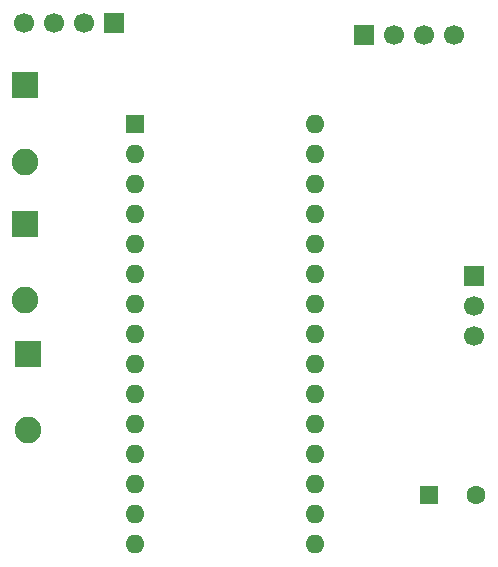
<source format=gbr>
%TF.GenerationSoftware,KiCad,Pcbnew,9.0.2*%
%TF.CreationDate,2025-06-04T00:58:58-04:00*%
%TF.ProjectId,placapcbbalanza,706c6163-6170-4636-9262-616c616e7a61,rev?*%
%TF.SameCoordinates,Original*%
%TF.FileFunction,Soldermask,Bot*%
%TF.FilePolarity,Negative*%
%FSLAX46Y46*%
G04 Gerber Fmt 4.6, Leading zero omitted, Abs format (unit mm)*
G04 Created by KiCad (PCBNEW 9.0.2) date 2025-06-04 00:58:58*
%MOMM*%
%LPD*%
G01*
G04 APERTURE LIST*
%ADD10R,2.250000X2.250000*%
%ADD11C,2.250000*%
%ADD12R,1.700000X1.700000*%
%ADD13C,1.700000*%
%ADD14R,1.600000X1.600000*%
%ADD15O,1.600000X1.600000*%
%ADD16C,1.600000*%
G04 APERTURE END LIST*
D10*
%TO.C,SW4*%
X21404500Y-23325500D03*
D11*
X21404500Y-29825500D03*
%TD*%
D12*
%TO.C,J3*%
X28924500Y-18075500D03*
D13*
X26384500Y-18075500D03*
X23844500Y-18075500D03*
X21304500Y-18075500D03*
%TD*%
D12*
%TO.C,J2*%
X59434500Y-39495500D03*
D13*
X59434500Y-42035500D03*
X59434500Y-44575500D03*
%TD*%
D12*
%TO.C,J4*%
X50074500Y-19075500D03*
D13*
X52614500Y-19075500D03*
X55154500Y-19075500D03*
X57694500Y-19075500D03*
%TD*%
D10*
%TO.C,SW2*%
X21654500Y-46075500D03*
D11*
X21654500Y-52575500D03*
%TD*%
D14*
%TO.C,A1*%
X30684500Y-26635500D03*
D15*
X30684500Y-29175500D03*
X30684500Y-31715500D03*
X30684500Y-34255500D03*
X30684500Y-36795500D03*
X30684500Y-39335500D03*
X30684500Y-41875500D03*
X30684500Y-44415500D03*
X30684500Y-46955500D03*
X30684500Y-49495500D03*
X30684500Y-52035500D03*
X30684500Y-54575500D03*
X30684500Y-57115500D03*
X30684500Y-59655500D03*
X30684500Y-62195500D03*
X45924500Y-62195500D03*
X45924500Y-59655500D03*
X45924500Y-57115500D03*
X45924500Y-54575500D03*
X45924500Y-52035500D03*
X45924500Y-49495500D03*
X45924500Y-46955500D03*
X45924500Y-44415500D03*
X45924500Y-41875500D03*
X45924500Y-39335500D03*
X45924500Y-36795500D03*
X45924500Y-34255500D03*
X45924500Y-31715500D03*
X45924500Y-29175500D03*
X45924500Y-26635500D03*
%TD*%
D10*
%TO.C,SW1*%
X21404500Y-35075500D03*
D11*
X21404500Y-41575500D03*
%TD*%
D14*
%TO.C,BZ1*%
X55614500Y-58075500D03*
D16*
X59614500Y-58075500D03*
%TD*%
M02*

</source>
